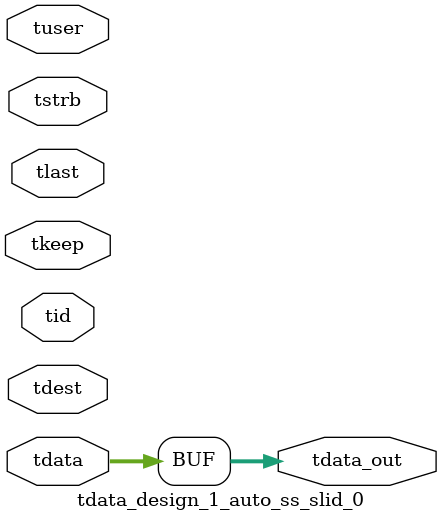
<source format=v>


`timescale 1ps/1ps

module tdata_design_1_auto_ss_slid_0 #
(
parameter C_S_AXIS_TDATA_WIDTH = 32,
parameter C_S_AXIS_TUSER_WIDTH = 0,
parameter C_S_AXIS_TID_WIDTH   = 0,
parameter C_S_AXIS_TDEST_WIDTH = 0,
parameter C_M_AXIS_TDATA_WIDTH = 32
)
(
input  [(C_S_AXIS_TDATA_WIDTH == 0 ? 1 : C_S_AXIS_TDATA_WIDTH)-1:0     ] tdata,
input  [(C_S_AXIS_TUSER_WIDTH == 0 ? 1 : C_S_AXIS_TUSER_WIDTH)-1:0     ] tuser,
input  [(C_S_AXIS_TID_WIDTH   == 0 ? 1 : C_S_AXIS_TID_WIDTH)-1:0       ] tid,
input  [(C_S_AXIS_TDEST_WIDTH == 0 ? 1 : C_S_AXIS_TDEST_WIDTH)-1:0     ] tdest,
input  [(C_S_AXIS_TDATA_WIDTH/8)-1:0 ] tkeep,
input  [(C_S_AXIS_TDATA_WIDTH/8)-1:0 ] tstrb,
input                                                                    tlast,
output [C_M_AXIS_TDATA_WIDTH-1:0] tdata_out
);

assign tdata_out = {tdata[31:0]};

endmodule


</source>
